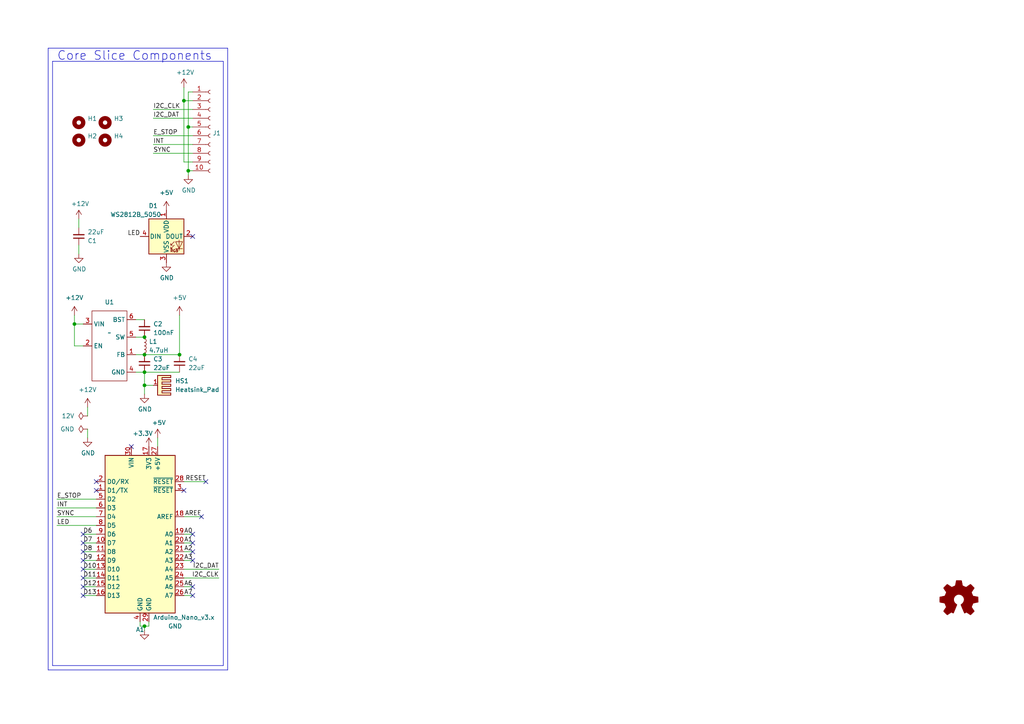
<source format=kicad_sch>
(kicad_sch (version 20250114) (generator "eeschema") (generator_version "9.0")
  (paper "A4")
  (lib_symbols
    (symbol "Connector:Conn_01x10_Female" (pin_names (offset 1.016) (hide yes))
      (property "Reference" "J" (at 0 12.7 0))
      (property "Value" "Conn_01x10_Female" (at 0 -15.24 0))
      (symbol "Conn_01x10_Female_1_1"
        (polyline (pts (xy -1.27 10.16) (xy -0.508 10.16)) (stroke (width 0.1524)))
        (polyline (pts (xy -1.27 7.62) (xy -0.508 7.62)) (stroke (width 0.1524)))
        (polyline (pts (xy -1.27 5.08) (xy -0.508 5.08)) (stroke (width 0.1524)))
        (polyline (pts (xy -1.27 2.54) (xy -0.508 2.54)) (stroke (width 0.1524)))
        (polyline (pts (xy -1.27 0) (xy -0.508 0)) (stroke (width 0.1524)))
        (polyline (pts (xy -1.27 -2.54) (xy -0.508 -2.54)) (stroke (width 0.1524)))
        (polyline (pts (xy -1.27 -5.08) (xy -0.508 -5.08)) (stroke (width 0.1524)))
        (polyline (pts (xy -1.27 -7.62) (xy -0.508 -7.62)) (stroke (width 0.1524)))
        (polyline (pts (xy -1.27 -10.16) (xy -0.508 -10.16)) (stroke (width 0.1524)))
        (polyline (pts (xy -1.27 -12.7) (xy -0.508 -12.7)) (stroke (width 0.1524)))
        (arc (start 0 9.652) (mid -0.5058 10.16) (end 0 10.668) (stroke (width 0.1524)))
        (arc (start 0 7.112) (mid -0.5058 7.62) (end 0 8.128) (stroke (width 0.1524)))
        (arc (start 0 4.572) (mid -0.5058 5.08) (end 0 5.588) (stroke (width 0.1524)))
        (arc (start 0 2.032) (mid -0.5058 2.54) (end 0 3.048) (stroke (width 0.1524)))
        (arc (start 0 -0.508) (mid -0.5058 0) (end 0 0.508) (stroke (width 0.1524)))
        (arc (start 0 -3.048) (mid -0.5058 -2.54) (end 0 -2.032) (stroke (width 0.1524)))
        (arc (start 0 -5.588) (mid -0.5058 -5.08) (end 0 -4.572) (stroke (width 0.1524)))
        (arc (start 0 -8.128) (mid -0.5058 -7.62) (end 0 -7.112) (stroke (width 0.1524)))
        (arc (start 0 -10.668) (mid -0.5058 -10.16) (end 0 -9.652) (stroke (width 0.1524)))
        (arc (start 0 -13.208) (mid -0.5058 -12.7) (end 0 -12.192) (stroke (width 0.1524)))
        (pin passive line (at -5.08 10.16 0) (length 3.81) (name "Pin_1") (number "1"))
        (pin passive line (at -5.08 7.62 0) (length 3.81) (name "Pin_2") (number "2"))
        (pin passive line (at -5.08 5.08 0) (length 3.81) (name "Pin_3") (number "3"))
        (pin passive line (at -5.08 2.54 0) (length 3.81) (name "Pin_4") (number "4"))
        (pin passive line (at -5.08 0 0) (length 3.81) (name "Pin_5") (number "5"))
        (pin passive line (at -5.08 -2.54 0) (length 3.81) (name "Pin_6") (number "6"))
        (pin passive line (at -5.08 -5.08 0) (length 3.81) (name "Pin_7") (number "7"))
        (pin passive line (at -5.08 -7.62 0) (length 3.81) (name "Pin_8") (number "8"))
        (pin passive line (at -5.08 -10.16 0) (length 3.81) (name "Pin_9") (number "9"))
        (pin passive line (at -5.08 -12.7 0) (length 3.81) (name "Pin_10") (number "10"))
      )
    )
    (symbol "Device:C_Small" (pin_numbers (hide yes)) (pin_names (offset 0.254) (hide yes))
      (property "Reference" "C" (at 0.254 1.778 0))
      (property "Value" "C_Small" (at 0.254 -2.032 0))
      (symbol "C_Small_0_1"
        (polyline (pts (xy -1.524 0.508) (xy 1.524 0.508)) (stroke (width 0.3048)))
        (polyline (pts (xy -1.524 -0.508) (xy 1.524 -0.508)) (stroke (width 0.3302)))
      )
      (symbol "C_Small_1_1"
        (pin passive line (at 0 2.54 270) (length 2.032) (name "~") (number "1"))
        (pin passive line (at 0 -2.54 90) (length 2.032) (name "~") (number "2"))
      )
    )
    (symbol "Device:L_Small" (pin_numbers (hide yes)) (pin_names (offset 0.254) (hide yes))
      (property "Reference" "L" (at 0.762 1.016 0))
      (property "Value" "L_Small" (at 0.762 -1.016 0))
      (symbol "L_Small_0_1"
        (arc (start 0 2.032) (mid 0.5058 1.524) (end 0 1.016))
        (arc (start 0 1.016) (mid 0.5058 0.508) (end 0 0))
        (arc (start 0 0) (mid 0.5058 -0.508) (end 0 -1.016))
        (arc (start 0 -1.016) (mid 0.5058 -1.524) (end 0 -2.032))
      )
      (symbol "L_Small_1_1"
        (pin passive line (at 0 2.54 270) (length 0.508) (name "~") (number "1"))
        (pin passive line (at 0 -2.54 90) (length 0.508) (name "~") (number "2"))
      )
    )
    (symbol "Graphic:Logo_Open_Hardware_Small" (in_bom no) (on_board no)
      (symbol "Logo_Open_Hardware_Small_0_1"
        (polyline (pts (xy 3.3528 -4.3434) (xy 3.302 -4.318) (xy 3.175 -4.2418) (xy 2.9972 -4.1148) (xy 2.7686 -3.9624) (xy 2.54 -3.81) (xy 2.3622 -3.7084) (xy 2.2352 -3.6068) (xy 2.1844 -3.5814) (xy 2.159 -3.6068) (xy 2.0574 -3.6576) (xy 1.905 -3.7338) (xy 1.8034 -3.7846) (xy 1.6764 -3.8354) (xy 1.6002 -3.8354) (xy 1.6002 -3.8354) (xy 1.5494 -3.7338) (xy 1.4732 -3.5306) (xy 1.3462 -3.302) (xy 1.2446 -3.0226) (xy 1.1176 -2.7178) (xy 0.9652 -2.413) (xy 0.8636 -2.1082) (xy 0.7366 -1.8288) (xy 0.6604 -1.6256) (xy 0.6096 -1.4732) (xy 0.5842 -1.397) (xy 0.5842 -1.397) (xy 0.6604 -1.3208) (xy 0.7874 -1.2446) (xy 1.0414 -1.016) (xy 1.2954 -0.6858) (xy 1.4478 -0.3302) (xy 1.524 0.0762) (xy 1.4732 0.4572) (xy 1.3208 0.8128) (xy 1.0668 1.143) (xy 0.762 1.3716) (xy 0.4064 1.524) (xy 0 1.5748) (xy -0.381 1.5494) (xy -0.7366 1.397) (xy -1.0668 1.143) (xy -1.2192 0.9906) (xy -1.397 0.6604) (xy -1.524 0.3048) (xy -1.524 0.2286) (xy -1.4986 -0.1778) (xy -1.397 -0.5334) (xy -1.1938 -0.8636) (xy -0.9144 -1.143) (xy -0.8636 -1.1684) (xy -0.7366 -1.27) (xy -0.635 -1.3462) (xy -0.5842 -1.397) (xy -1.0668 -2.5908) (xy -1.143 -2.794) (xy -1.2954 -3.1242) (xy -1.397 -3.4036) (xy -1.4986 -3.6322) (xy -1.5748 -3.7846) (xy -1.6002 -3.8354) (xy -1.6002 -3.8354) (xy -1.651 -3.8354) (xy -1.7272 -3.81) (xy -1.905 -3.7338) (xy -2.0066 -3.683) (xy -2.1336 -3.6068) (xy -2.2098 -3.5814) (xy -2.2606 -3.6068) (xy -2.3622 -3.683) (xy -2.54 -3.81) (xy -2.7686 -3.9624) (xy -2.9718 -4.0894) (xy -3.1496 -4.2164) (xy -3.302 -4.318) (xy -3.3528 -4.3434) (xy -3.3782 -4.3434) (xy -3.429 -4.318) (xy -3.5306 -4.2164) (xy -3.7084 -4.064) (xy -3.937 -3.8354) (xy -3.9624 -3.81) (xy -4.1656 -3.6068) (xy -4.318 -3.4544) (xy -4.4196 -3.3274) (xy -4.445 -3.2766) (xy -4.445 -3.2766) (xy -4.4196 -3.2258) (xy -4.318 -3.0734) (xy -4.2164 -2.8956) (xy -4.064 -2.667) (xy -3.6576 -2.0828) (xy -3.8862 -1.5494) (xy -3.937 -1.3716) (xy -4.0386 -1.1684) (xy -4.0894 -1.0414) (xy -4.1148 -0.9652) (xy -4.191 -0.9398) (xy -4.318 -0.9144) (xy -4.5466 -0.8636) (xy -4.8006 -0.8128) (xy -5.0546 -0.7874) (xy -5.2578 -0.7366) (xy -5.4356 -0.7112) (xy -5.5118 -0.6858) (xy -5.5118 -0.6858) (xy -5.5372 -0.635) (xy -5.5372 -0.5588) (xy -5.5372 -0.4318) (xy -5.5626 -0.2286) (xy -5.5626 0.0762) (xy -5.5626 0.127) (xy -5.5372 0.4064) (xy -5.5372 0.635) (xy -5.5372 0.762) (xy -5.5372 0.8382) (xy -5.5372 0.8382) (xy -5.461 0.8382) (xy -5.3086 0.889) (xy -5.08 0.9144) (xy -4.826 0.9652) (xy -4.8006 0.9906) (xy -4.5466 1.0414) (xy -4.318 1.0668) (xy -4.1656 1.1176) (xy -4.0894 1.143) (xy -4.0894 1.143) (xy -4.0386 1.2446) (xy -3.9624 1.4224) (xy -3.8608 1.6256) (xy -3.7846 1.8288) (xy -3.7084 2.0066) (xy -3.6576 2.159) (xy -3.6322 2.2098) (xy -3.6322 2.2098) (xy -3.683 2.286) (xy -3.7592 2.413) (xy -3.8862 2.5908) (xy -4.064 2.8194) (xy -4.064 2.8448) (xy -4.2164 3.0734) (xy -4.3434 3.2512) (xy -4.4196 3.3782) (xy -4.445 3.4544) (xy -4.445 3.4544) (xy -4.3942 3.5052) (xy -4.2926 3.6322) (xy -4.1148 3.81) (xy -3.937 4.0132) (xy -3.8608 4.064) (xy -3.6576 4.2926) (xy -3.5052 4.4196) (xy -3.4036 4.4958) (xy -3.3528 4.5212) (xy -3.3528 4.5212) (xy -3.302 4.4704) (xy -3.1496 4.3688) (xy -2.9718 4.2418) (xy -2.7432 4.0894) (xy -2.7178 4.0894) (xy -2.4892 3.937) (xy -2.3114 3.81) (xy -2.1844 3.7084) (xy -2.1336 3.683) (xy -2.1082 3.683) (xy -2.032 3.7084) (xy -1.8542 3.7592) (xy -1.6764 3.8354) (xy -1.4732 3.937) (xy -1.27 4.0132) (xy -1.143 4.064) (xy -1.0668 4.1148) (xy -1.0668 4.1148) (xy -1.0414 4.191) (xy -1.016 4.3434) (xy -0.9652 4.572) (xy -0.9144 4.8514) (xy -0.889 4.9022) (xy -0.8382 5.1562) (xy -0.8128 5.3848) (xy -0.7874 5.5372) (xy -0.762 5.588) (xy -0.7112 5.6134) (xy -0.5842 5.6134) (xy -0.4064 5.6134) (xy -0.1524 5.6134) (xy 0.0762 5.6134) (xy 0.3302 5.6134) (xy 0.5334 5.6134) (xy 0.6858 5.588) (xy 0.7366 5.588) (xy 0.7366 5.588) (xy 0.762 5.5118) (xy 0.8128 5.334) (xy 0.8382 5.1054) (xy 0.9144 4.826) (xy 0.9144 4.7752) (xy 0.9652 4.5212) (xy 1.016 4.2926) (xy 1.0414 4.1402) (xy 1.0668 4.0894) (xy 1.0668 4.0894) (xy 1.1938 4.0386) (xy 1.3716 3.9624) (xy 1.5748 3.8608) (xy 2.0828 3.6576) (xy 2.7178 4.0894) (xy 2.7686 4.1402) (xy 2.9972 4.2926) (xy 3.175 4.4196) (xy 3.302 4.4958) (xy 3.3782 4.5212) (xy 3.3782 4.5212) (xy 3.429 4.4704) (xy 3.556 4.3434) (xy 3.7338 4.191) (xy 3.9116 3.9878) (xy 4.064 3.8354) (xy 4.2418 3.6576) (xy 4.3434 3.556) (xy 4.4196 3.4798) (xy 4.4196 3.429) (xy 4.4196 3.4036) (xy 4.3942 3.3274) (xy 4.2926 3.2004) (xy 4.1656 2.9972) (xy 4.0132 2.794) (xy 3.8862 2.5908) (xy 3.7592 2.3876) (xy 3.6576 2.2352) (xy 3.6322 2.159) (xy 3.6322 2.1336) (xy 3.683 2.0066) (xy 3.7592 1.8288) (xy 3.8608 1.6002) (xy 4.064 1.1176) (xy 4.3942 1.0414) (xy 4.5974 1.016) (xy 4.8768 0.9652) (xy 5.1308 0.9144) (xy 5.5372 0.8382) (xy 5.5626 -0.6604) (xy 5.4864 -0.6858) (xy 5.4356 -0.6858) (xy 5.2832 -0.7366) (xy 5.0546 -0.762) (xy 4.8006 -0.8128) (xy 4.5974 -0.8636) (xy 4.3688 -0.9144) (xy 4.2164 -0.9398) (xy 4.1402 -0.9398) (xy 4.1148 -0.9652) (xy 4.064 -1.0668) (xy 3.9878 -1.2446) (xy 3.9116 -1.4478) (xy 3.81 -1.651) (xy 3.7338 -1.8542) (xy 3.683 -2.0066) (xy 3.6576 -2.0828) (xy 3.683 -2.1336) (xy 3.7846 -2.2606) (xy 3.8862 -2.4638) (xy 4.0386 -2.667) (xy 4.191 -2.8956) (xy 4.318 -3.0734) (xy 4.3942 -3.2004) (xy 4.445 -3.2766) (xy 4.4196 -3.3274) (xy 4.3434 -3.429) (xy 4.1656 -3.5814) (xy 3.937 -3.8354) (xy 3.8862 -3.8608) (xy 3.683 -4.064) (xy 3.5306 -4.2164) (xy 3.4036 -4.318) (xy 3.3528 -4.3434)) (fill (type outline)))
      )
    )
    (symbol "MCU_Module:Arduino_Nano_v3.x"
      (property "Reference" "A" (at -10.16 23.495 0))
      (property "Value" "Arduino_Nano_v3.x" (at 5.08 -24.13 0))
      (symbol "Arduino_Nano_v3.x_0_1"
        (rectangle (start -10.16 22.86) (end 10.16 -22.86) (stroke (width 0.254)) (fill (type background)))
      )
      (symbol "Arduino_Nano_v3.x_1_1"
        (pin bidirectional line (at -12.7 15.24 0) (length 2.54) (name "D0/RX") (number "2"))
        (pin bidirectional line (at -12.7 12.7 0) (length 2.54) (name "D1/TX") (number "1"))
        (pin bidirectional line (at -12.7 10.16 0) (length 2.54) (name "D2") (number "5"))
        (pin bidirectional line (at -12.7 7.62 0) (length 2.54) (name "D3") (number "6"))
        (pin bidirectional line (at -12.7 5.08 0) (length 2.54) (name "D4") (number "7"))
        (pin bidirectional line (at -12.7 2.54 0) (length 2.54) (name "D5") (number "8"))
        (pin bidirectional line (at -12.7 0 0) (length 2.54) (name "D6") (number "9"))
        (pin bidirectional line (at -12.7 -2.54 0) (length 2.54) (name "D7") (number "10"))
        (pin bidirectional line (at -12.7 -5.08 0) (length 2.54) (name "D8") (number "11"))
        (pin bidirectional line (at -12.7 -7.62 0) (length 2.54) (name "D9") (number "12"))
        (pin bidirectional line (at -12.7 -10.16 0) (length 2.54) (name "D10") (number "13"))
        (pin bidirectional line (at -12.7 -12.7 0) (length 2.54) (name "D11") (number "14"))
        (pin bidirectional line (at -12.7 -15.24 0) (length 2.54) (name "D12") (number "15"))
        (pin bidirectional line (at -12.7 -17.78 0) (length 2.54) (name "D13") (number "16"))
        (pin power_in line (at -2.54 25.4 270) (length 2.54) (name "VIN") (number "30"))
        (pin power_in line (at 0 -25.4 90) (length 2.54) (name "GND") (number "4"))
        (pin power_out line (at 2.54 25.4 270) (length 2.54) (name "3V3") (number "17"))
        (pin power_in line (at 2.54 -25.4 90) (length 2.54) (name "GND") (number "29"))
        (pin power_out line (at 5.08 25.4 270) (length 2.54) (name "+5V") (number "27"))
        (pin input line (at 12.7 15.24 180) (length 2.54) (name "~{RESET}") (number "28"))
        (pin input line (at 12.7 12.7 180) (length 2.54) (name "~{RESET}") (number "3"))
        (pin input line (at 12.7 5.08 180) (length 2.54) (name "AREF") (number "18"))
        (pin bidirectional line (at 12.7 0 180) (length 2.54) (name "A0") (number "19"))
        (pin bidirectional line (at 12.7 -2.54 180) (length 2.54) (name "A1") (number "20"))
        (pin bidirectional line (at 12.7 -5.08 180) (length 2.54) (name "A2") (number "21"))
        (pin bidirectional line (at 12.7 -7.62 180) (length 2.54) (name "A3") (number "22"))
        (pin bidirectional line (at 12.7 -10.16 180) (length 2.54) (name "A4") (number "23"))
        (pin bidirectional line (at 12.7 -12.7 180) (length 2.54) (name "A5") (number "24"))
        (pin bidirectional line (at 12.7 -15.24 180) (length 2.54) (name "A6") (number "25"))
        (pin bidirectional line (at 12.7 -17.78 180) (length 2.54) (name "A7") (number "26"))
      )
    )
    (symbol "Mechanical:Heatsink_Pad" (pin_names (offset 0))
      (property "Reference" "HS" (at 0 5.715 0))
      (property "Value" "Heatsink_Pad" (at 0 3.81 0))
      (symbol "Heatsink_Pad_0_1"
        (polyline (pts (xy -0.3302 0) (xy -0.9652 0) (xy -0.9652 2.54) (xy -1.6002 2.54) (xy -1.6002 0) (xy -2.2352 0) (xy -2.2352 2.54) (xy -2.8702 2.54) (xy -2.8702 -1.27) (xy -0.9652 -1.27)) (stroke (width 0.254)) (fill (type background)))
        (polyline (pts (xy -0.3302 0) (xy -0.3302 2.54) (xy 0.3048 2.54) (xy 0.3048 0) (xy 0.9398 0) (xy 0.9398 2.54) (xy 1.5748 2.54) (xy 1.5748 0) (xy 2.2098 0) (xy 2.2098 2.54) (xy 2.8448 2.54) (xy 2.8448 -1.27) (xy -0.9652 -1.27)) (stroke (width 0.254)) (fill (type background)))
      )
      (symbol "Heatsink_Pad_1_1"
        (pin passive line (at 0 -2.54 90) (length 1.27) (name "~") (number "1"))
      )
    )
    (symbol "Mechanical:MountingHole" (pin_names (offset 1.016))
      (property "Reference" "H" (at 0 5.08 0))
      (property "Value" "MountingHole" (at 0 3.175 0))
      (symbol "MountingHole_0_1"
        (circle (center 0 0) (radius 1.27) (stroke (width 1.27)))
      )
    )
    (symbol "SparkFun-DiscreteSemi:AP63205"
      (property "Reference" "U" (at 0 7.62 0))
      (symbol "AP63205_0_1"
        (rectangle (start -5.08 6.35) (end 5.08 -13.97))
      )
      (symbol "AP63205_1_1"
        (pin input line (at -7.62 2.54 0) (length 2.54) (name "VIN") (number "3"))
        (pin input line (at -7.62 -3.81 0) (length 2.54) (name "EN") (number "2"))
        (pin input line (at 7.62 3.81 180) (length 2.54) (name "BST") (number "6"))
        (pin input line (at 7.62 -1.27 180) (length 2.54) (name "SW") (number "5"))
        (pin input line (at 7.62 -6.35 180) (length 2.54) (name "FB") (number "1"))
        (pin input line (at 7.62 -11.43 180) (length 2.54) (name "GND") (number "4"))
      )
    )
    (symbol "SparkFun-LED:WS2812B_5050" (pin_names (offset 0.254))
      (property "Reference" "D" (at 5.08 5.715 0))
      (property "Value" "WS2812B_5050" (at 1.27 -5.715 0))
      (symbol "WS2812B_5050_0_0"
        (text "RGB" (at 2.286 -4.191 0) (effects (font (size 0.762 0.762))))
      )
      (symbol "WS2812B_5050_0_1"
        (polyline (pts (xy 1.27 -2.54) (xy 1.778 -2.54)))
        (polyline (pts (xy 1.27 -3.556) (xy 1.778 -3.556)))
        (polyline (pts (xy 2.286 -1.524) (xy 1.27 -2.54) (xy 1.27 -2.032)))
        (polyline (pts (xy 2.286 -2.54) (xy 1.27 -3.556) (xy 1.27 -3.048)))
        (polyline (pts (xy 3.683 -1.016) (xy 3.683 -3.556) (xy 3.683 -4.064)))
        (polyline (pts (xy 4.699 -1.524) (xy 2.667 -1.524) (xy 3.683 -3.556) (xy 4.699 -1.524)))
        (polyline (pts (xy 4.699 -3.556) (xy 2.667 -3.556)))
        (rectangle (start 5.08 5.08) (end -5.08 -5.08) (stroke (width 0.254)) (fill (type background)))
      )
      (symbol "WS2812B_5050_1_1"
        (pin input line (at -7.62 0 0) (length 2.54) (name "DIN") (number "4"))
        (pin power_in line (at 0 7.62 270) (length 2.54) (name "VDD") (number "1"))
        (pin power_in line (at 0 -7.62 90) (length 2.54) (name "VSS") (number "3"))
        (pin output line (at 7.62 0 180) (length 2.54) (name "DOUT") (number "2"))
      )
    )
    (symbol "power:+12V" (power) (pin_names (offset 0))
      (property "Value" "+12V" (at 0 3.556 0))
      (symbol "+12V_0_1"
        (polyline (pts (xy -0.762 1.27) (xy 0 2.54)))
        (polyline (pts (xy 0 2.54) (xy 0.762 1.27)))
        (polyline (pts (xy 0 0) (xy 0 2.54)))
      )
      (symbol "+12V_1_1"
        (pin power_in line (at 0 0 90) (length 0) (hide yes) (name "+12V") (number "1"))
      )
    )
    (symbol "power:+3.3V" (power) (pin_numbers (hide yes)) (pin_names (offset 0) (hide yes))
      (property "Value" "+3.3V" (at 0 3.556 0))
      (symbol "+3.3V_0_1"
        (polyline (pts (xy -0.762 1.27) (xy 0 2.54)))
        (polyline (pts (xy 0 2.54) (xy 0.762 1.27)))
        (polyline (pts (xy 0 0) (xy 0 2.54)))
      )
      (symbol "+3.3V_1_1"
        (pin power_in line (at 0 0 90) (length 0) (name "~") (number "1"))
      )
    )
    (symbol "power:+5V" (power) (pin_names (offset 0))
      (property "Value" "+5V" (at 0 3.556 0))
      (symbol "+5V_0_1"
        (polyline (pts (xy -0.762 1.27) (xy 0 2.54)))
        (polyline (pts (xy 0 2.54) (xy 0.762 1.27)))
        (polyline (pts (xy 0 0) (xy 0 2.54)))
      )
      (symbol "+5V_1_1"
        (pin power_in line (at 0 0 90) (length 0) (hide yes) (name "+5V") (number "1"))
      )
    )
    (symbol "power:GND" (power) (pin_names (offset 0))
      (property "Value" "GND" (at 0 -3.81 0))
      (symbol "GND_0_1"
        (polyline (pts (xy 0 0) (xy 0 -1.27) (xy 1.27 -1.27) (xy 0 -2.54) (xy -1.27 -1.27) (xy 0 -1.27)))
      )
      (symbol "GND_1_1"
        (pin power_in line (at 0 0 270) (length 0) (hide yes) (name "GND") (number "1"))
      )
    )
    (symbol "power:PWR_FLAG" (power) (pin_numbers (hide yes)) (pin_names (offset 0) (hide yes))
      (property "Value" "PWR_FLAG" (at 0 3.81 0))
      (symbol "PWR_FLAG_0_0"
        (pin power_out line (at 0 0 90) (length 0) (name "~") (number "1"))
      )
      (symbol "PWR_FLAG_0_1"
        (polyline (pts (xy 0 0) (xy 0 1.27) (xy -1.016 1.905) (xy 0 2.54) (xy 1.016 1.905) (xy 0 1.27)))
      )
    )
  )
  (text "Core Slice Components" (at 16.51 17.78 0) (effects (font (size 2.54 2.54)) (justify left bottom)))
  (junction (at 54.61 49.53))
  (junction (at 41.91 107.95))
  (junction (at 41.91 111.76))
  (junction (at 41.91 102.87))
  (junction (at 53.34 29.21))
  (junction (at 41.91 181.61))
  (junction (at 54.61 36.83))
  (junction (at 52.07 102.87))
  (junction (at 41.91 97.79))
  (junction (at 21.59 93.98))
  (no_connect (at 58.42 149.86))
  (no_connect (at 24.13 162.56))
  (no_connect (at 24.13 157.48))
  (no_connect (at 55.88 157.48))
  (no_connect (at 55.88 170.18))
  (no_connect (at 27.94 142.24))
  (no_connect (at 24.13 167.64))
  (no_connect (at 24.13 154.94))
  (no_connect (at 27.94 139.7))
  (no_connect (at 55.88 160.02))
  (no_connect (at 59.69 139.7))
  (no_connect (at 38.1 129.54))
  (no_connect (at 55.88 172.72))
  (no_connect (at 24.13 170.18))
  (no_connect (at 55.88 162.56))
  (no_connect (at 53.34 142.24))
  (no_connect (at 24.13 165.1))
  (no_connect (at 55.88 68.58))
  (no_connect (at 55.88 154.94))
  (no_connect (at 24.13 172.72))
  (no_connect (at 24.13 160.02))
  (polyline (pts (xy 66.04 194.31) (xy 66.04 13.97)))
  (wire (pts (xy 43.18 181.61) (xy 43.18 180.34)))
  (polyline (pts (xy 66.04 13.97) (xy 13.97 13.97)))
  (wire (pts (xy 22.86 71.12) (xy 22.86 73.66)))
  (wire (pts (xy 41.91 181.61) (xy 43.18 181.61)))
  (wire (pts (xy 21.59 100.33) (xy 21.59 93.98)))
  (wire (pts (xy 44.45 41.91) (xy 55.88 41.91)))
  (wire (pts (xy 53.34 162.56) (xy 55.88 162.56)))
  (wire (pts (xy 44.45 31.75) (xy 55.88 31.75)))
  (polyline (pts (xy 13.97 13.97) (xy 13.97 194.31)))
  (wire (pts (xy 53.34 29.21) (xy 55.88 29.21)))
  (wire (pts (xy 53.34 170.18) (xy 55.88 170.18)))
  (wire (pts (xy 59.69 139.7) (xy 53.34 139.7)))
  (wire (pts (xy 39.37 92.71) (xy 41.91 92.71)))
  (wire (pts (xy 24.13 162.56) (xy 27.94 162.56)))
  (polyline (pts (xy 13.97 194.31) (xy 66.04 194.31)))
  (wire (pts (xy 53.34 25.4) (xy 53.34 29.21)))
  (wire (pts (xy 44.45 34.29) (xy 55.88 34.29)))
  (wire (pts (xy 54.61 49.53) (xy 54.61 36.83)))
  (wire (pts (xy 55.88 39.37) (xy 44.45 39.37)))
  (polyline (pts (xy 64.77 17.78) (xy 15.24 17.78)))
  (wire (pts (xy 24.13 172.72) (xy 27.94 172.72)))
  (wire (pts (xy 55.88 46.99) (xy 53.34 46.99)))
  (wire (pts (xy 44.45 44.45) (xy 55.88 44.45)))
  (wire (pts (xy 24.13 154.94) (xy 27.94 154.94)))
  (wire (pts (xy 53.34 160.02) (xy 55.88 160.02)))
  (wire (pts (xy 16.51 149.86) (xy 27.94 149.86)))
  (wire (pts (xy 39.37 97.79) (xy 41.91 97.79)))
  (wire (pts (xy 24.13 170.18) (xy 27.94 170.18)))
  (wire (pts (xy 52.07 102.87) (xy 52.07 91.44)))
  (wire (pts (xy 24.13 165.1) (xy 27.94 165.1)))
  (wire (pts (xy 45.72 127) (xy 45.72 129.54)))
  (wire (pts (xy 40.64 180.34) (xy 40.64 181.61)))
  (wire (pts (xy 39.37 107.95) (xy 41.91 107.95)))
  (wire (pts (xy 21.59 100.33) (xy 24.13 100.33)))
  (wire (pts (xy 41.91 107.95) (xy 52.07 107.95)))
  (wire (pts (xy 24.13 160.02) (xy 27.94 160.02)))
  (polyline (pts (xy 64.77 193.04) (xy 64.77 17.78)))
  (wire (pts (xy 25.4 118.11) (xy 25.4 120.65)))
  (wire (pts (xy 54.61 26.67) (xy 55.88 26.67)))
  (wire (pts (xy 22.86 63.5) (xy 22.86 66.04)))
  (wire (pts (xy 44.45 111.76) (xy 41.91 111.76)))
  (polyline (pts (xy 15.24 193.04) (xy 64.77 193.04)))
  (wire (pts (xy 55.88 36.83) (xy 54.61 36.83)))
  (wire (pts (xy 16.51 152.4) (xy 27.94 152.4)))
  (wire (pts (xy 40.64 181.61) (xy 41.91 181.61)))
  (wire (pts (xy 41.91 102.87) (xy 52.07 102.87)))
  (wire (pts (xy 41.91 181.61) (xy 41.91 182.88)))
  (wire (pts (xy 27.94 144.78) (xy 16.51 144.78)))
  (wire (pts (xy 53.34 154.94) (xy 55.88 154.94)))
  (wire (pts (xy 24.13 167.64) (xy 27.94 167.64)))
  (wire (pts (xy 53.34 46.99) (xy 53.34 29.21)))
  (wire (pts (xy 54.61 50.8) (xy 54.61 49.53)))
  (wire (pts (xy 16.51 147.32) (xy 27.94 147.32)))
  (wire (pts (xy 53.34 167.64) (xy 63.5 167.64)))
  (wire (pts (xy 24.13 157.48) (xy 27.94 157.48)))
  (wire (pts (xy 39.37 102.87) (xy 41.91 102.87)))
  (wire (pts (xy 54.61 36.83) (xy 54.61 26.67)))
  (wire (pts (xy 63.5 165.1) (xy 53.34 165.1)))
  (wire (pts (xy 53.34 172.72) (xy 55.88 172.72)))
  (wire (pts (xy 53.34 157.48) (xy 55.88 157.48)))
  (wire (pts (xy 25.4 124.46) (xy 25.4 127)))
  (wire (pts (xy 58.42 149.86) (xy 53.34 149.86)))
  (wire (pts (xy 55.88 49.53) (xy 54.61 49.53)))
  (wire (pts (xy 41.91 111.76) (xy 41.91 107.95)))
  (wire (pts (xy 21.59 93.98) (xy 24.13 93.98)))
  (wire (pts (xy 41.91 114.3) (xy 41.91 111.76)))
  (wire (pts (xy 21.59 91.44) (xy 21.59 93.98)))
  (polyline (pts (xy 15.24 17.78) (xy 15.24 193.04)))
  (label "LED" (at 40.64 68.58 180))
  (label "LED" (at 16.51 152.4 0))
  (label "AREF" (at 58.42 149.86 180))
  (label "A0" (at 55.88 154.94 180))
  (label "D7" (at 24.13 157.48 0))
  (label "I2C_CLK" (at 44.45 31.75 0))
  (label "I2C_DAT" (at 44.45 34.29 0))
  (label "D11" (at 24.13 167.64 0))
  (label "A6" (at 55.88 170.18 180))
  (label "E_STOP" (at 16.51 144.78 0))
  (label "E_STOP" (at 44.45 39.37 0))
  (label "D10" (at 24.13 165.1 0))
  (label "INT" (at 16.51 147.32 0))
  (label "D9" (at 24.13 162.56 0))
  (label "D13" (at 24.13 172.72 0))
  (label "D8" (at 24.13 160.02 0))
  (label "SYNC" (at 16.51 149.86 0))
  (label "A3" (at 55.88 162.56 180))
  (label "RESET" (at 59.69 139.7 180))
  (label "A1" (at 55.88 157.48 180))
  (label "D6" (at 24.13 154.94 0))
  (label "SYNC" (at 44.45 44.45 0))
  (label "I2C_DAT" (at 63.5 165.1 180))
  (label "D12" (at 24.13 170.18 0))
  (label "INT" (at 44.45 41.91 0))
  (label "A7" (at 55.88 172.72 180))
  (label "I2C_CLK" (at 63.5 167.64 180))
  (label "A2" (at 55.88 160.02 180))
  (symbol (lib_id "power:GND") (at 41.91 182.88 0) (unit 1)
    (property "Reference" "#PWR07" (effects (hide yes)))
    (property "Value" "GND" (at 50.8 181.61 0))
  )
  (symbol (lib_id "power:+5V") (at 45.72 127 0) (unit 1)
    (property "Reference" "#PWR08" (effects (hide yes)))
    (property "Value" "+5V" (at 46.101 122.6058 0))
  )
  (symbol (lib_id "power:GND") (at 22.86 73.66 0) (unit 1)
    (property "Reference" "#PWR03" (effects (hide yes)))
    (property "Value" "GND" (at 22.987 78.0542 0))
  )
  (symbol (lib_id "Mechanical:MountingHole") (at 22.86 35.56 0) (unit 1)
    (property "Reference" "H1" (at 25.4 34.3916 0) (effects (justify left)))
    (property "Value" "MountingHole" (effects (hide yes)))
    (property "Footprint" "MountingHole:MountingHole_5mm" (effects (hide yes)))
  )
  (symbol (lib_id "Mechanical:MountingHole") (at 22.86 40.64 0) (unit 1)
    (property "Reference" "H2" (at 25.4 39.4716 0) (effects (justify left)))
    (property "Value" "MountingHole" (effects (hide yes)))
    (property "Footprint" "MountingHole:MountingHole_5mm" (effects (hide yes)))
  )
  (symbol (lib_id "Mechanical:MountingHole") (at 30.48 35.56 0) (unit 1)
    (property "Reference" "H3" (at 33.02 34.3916 0) (effects (justify left)))
    (property "Value" "MountingHole" (effects (hide yes)))
    (property "Footprint" "MountingHole:MountingHole_5mm" (effects (hide yes)))
  )
  (symbol (lib_id "Mechanical:MountingHole") (at 30.48 40.64 0) (unit 1)
    (property "Reference" "H4" (at 33.02 39.4716 0) (effects (justify left)))
    (property "Value" "MountingHole" (effects (hide yes)))
    (property "Footprint" "MountingHole:MountingHole_5mm" (effects (hide yes)))
  )
  (symbol (lib_id "MCU_Module:Arduino_Nano_v3.x") (at 40.64 154.94 0) (unit 1)
    (property "Reference" "A1" (at 40.64 182.6006 0))
    (property "Value" "Arduino_Nano_v3.x" (at 53.34 179.07 0))
    (property "Footprint" "Module:Arduino_Nano" (effects (hide yes)))
    (property "Datasheet" "http://www.mouser.com/pdfdocs/Gravitech_Arduino_Nano3_0.pdf" (effects (hide yes)))
  )
  (symbol (lib_id "Graphic:Logo_Open_Hardware_Small") (at 278.13 173.99 0) (unit 1) (exclude_from_sim yes)
    (property "Reference" "#SYM1" (effects (hide yes)))
    (property "Value" "Logo_Open_Hardware_Small" (effects (hide yes)))
    (property "Footprint" "Symbol:OSHW-Symbol_6.7x6mm_SilkScreen" (effects (hide yes)))
  )
  (symbol (lib_id "Connector:Conn_01x10_Female") (at 60.96 36.83 0) (unit 1)
    (property "Reference" "J1" (at 61.6712 38.608 0) (effects (justify left)))
    (property "Value" "Conn_01x10_Female" (effects (hide yes)))
    (property "Footprint" "Connector_PinSocket_2.54mm:PinSocket_1x10_P2.54mm_Horizontal" (effects (hide yes)))
  )
  (symbol (lib_id "power:+12V") (at 53.34 25.4 0) (unit 1)
    (property "Reference" "#PWR012" (effects (hide yes)))
    (property "Value" "+12V" (at 53.721 21.0058 0))
  )
  (symbol (lib_id "power:GND") (at 54.61 50.8 0) (unit 1)
    (property "Reference" "#PWR013" (effects (hide yes)))
    (property "Value" "GND" (at 54.737 55.1942 0))
  )
  (symbol (lib_id "power:+12V") (at 22.86 63.5 0) (unit 1)
    (property "Reference" "#PWR02" (effects (hide yes)))
    (property "Value" "+12V" (at 23.241 59.1058 0))
  )
  (symbol (lib_id "power:GND") (at 25.4 127 0) (unit 1)
    (property "Reference" "#PWR05" (effects (hide yes)))
    (property "Value" "GND" (at 25.527 131.3942 0))
  )
  (symbol (lib_id "power:+3.3V") (at 43.18 129.54 0) (unit 1)
    (property "Reference" "#PWR014" (effects (hide yes)))
    (property "Value" "+3.3V" (at 41.402 125.73 0))
    (property "Description" "Power symbol creates a global label with name \"+3.3V\"" (effects (hide yes)))
  )
  (symbol (lib_id "power:PWR_FLAG") (at 25.4 124.46 90) (unit 1)
    (property "Reference" "#FLG02" (effects (hide yes)))
    (property "Value" "GND" (at 21.59 124.4599 90) (effects (justify left)))
    (property "Description" "Special symbol for telling ERC where power comes from" (effects (hide yes)))
  )
  (symbol (lib_id "Device:C_Small") (at 41.91 95.25 180) (unit 1)
    (property "Reference" "C2" (at 44.45 93.9736 0) (effects (justify right)))
    (property "Value" "100nF" (at 44.45 96.5136 0) (effects (justify right)))
    (property "Footprint" "Capacitor_SMD:C_1206_3216Metric" (effects (hide yes)))
  )
  (symbol (lib_id "power:+12V") (at 21.59 91.44 0) (unit 1)
    (property "Reference" "#PWR01" (effects (hide yes)))
    (property "Value" "+12V" (at 21.59 86.36 0))
  )
  (symbol (lib_id "power:PWR_FLAG") (at 25.4 120.65 90) (unit 1)
    (property "Reference" "#FLG01" (effects (hide yes)))
    (property "Value" "12V" (at 21.59 120.6499 90) (effects (justify left)))
    (property "Description" "Special symbol for telling ERC where power comes from" (effects (hide yes)))
  )
  (symbol (lib_id "Device:C_Small") (at 41.91 105.41 180) (unit 1)
    (property "Reference" "C3" (at 44.45 104.1336 0) (effects (justify right)))
    (property "Value" "22uF" (at 44.45 106.6736 0) (effects (justify right)))
    (property "Footprint" "Capacitor_SMD:C_1206_3216Metric" (effects (hide yes)))
  )
  (symbol (lib_id "SparkFun-DiscreteSemi:AP63205") (at 31.75 96.52 0) (unit 1)
    (property "Reference" "U1" (at 31.75 87.63 0))
    (property "Value" "~" (at 31.75 96.52 0))
    (property "Footprint" "Package_TO_SOT_SMD:TSOT-23-6" (effects (hide yes)))
  )
  (symbol (lib_id "power:+12V") (at 25.4 118.11 0) (unit 1)
    (property "Reference" "#PWR04" (effects (hide yes)))
    (property "Value" "+12V" (at 25.4 113.03 0))
  )
  (symbol (lib_id "power:GND") (at 41.91 114.3 0) (unit 1)
    (property "Reference" "#PWR06" (effects (hide yes)))
    (property "Value" "GND" (at 42.037 118.6942 0))
  )
  (symbol (lib_id "Mechanical:Heatsink_Pad") (at 46.99 111.76 270) (unit 1)
    (property "Reference" "HS1" (at 50.8 110.4773 90) (effects (justify left)))
    (property "Value" "Heatsink_Pad" (at 50.8 113.0173 90) (effects (justify left)))
    (property "Footprint" "KML-Custom:Thermal Pad" (effects (hide yes)))
  )
  (symbol (lib_id "Device:L_Small") (at 41.91 100.33 0) (unit 1)
    (property "Reference" "L1" (at 43.18 99.06 0) (effects (justify left)))
    (property "Value" "4.7uH" (at 43.18 101.6 0) (effects (justify left)))
    (property "Footprint" "Inductor_SMD:L_1210_3225Metric" (effects (hide yes)))
  )
  (symbol (lib_id "power:GND") (at 48.26 76.2 0) (unit 1)
    (property "Reference" "#PWR010" (effects (hide yes)))
    (property "Value" "GND" (at 48.387 80.5942 0))
  )
  (symbol (lib_id "power:+5V") (at 52.07 91.44 0) (unit 1)
    (property "Reference" "#PWR011" (effects (hide yes)))
    (property "Value" "+5V" (at 52.07 86.36 0))
  )
  (symbol (lib_id "Device:C_Small") (at 52.07 105.41 180) (unit 1)
    (property "Reference" "C4" (at 54.61 104.1336 0) (effects (justify right)))
    (property "Value" "22uF" (at 54.61 106.6736 0) (effects (justify right)))
    (property "Footprint" "Capacitor_SMD:C_1206_3216Metric" (effects (hide yes)))
  )
  (symbol (lib_id "power:+5V") (at 48.26 60.96 0) (unit 1)
    (property "Reference" "#PWR09" (effects (hide yes)))
    (property "Value" "+5V" (at 48.26 55.88 0))
  )
  (symbol (lib_id "SparkFun-LED:WS2812B_5050") (at 48.26 68.58 0) (unit 1)
    (property "Reference" "D1" (at 44.45 59.69 0))
    (property "Value" "WS2812B_5050" (at 39.37 62.23 0))
    (property "Footprint" "SparkFun-LED:WS2812-5050-4PIN" (effects (hide yes)))
    (property "Datasheet" "https://cdn.sparkfun.com/datasheets/BreakoutBoards/WS2812B.pdf" (effects (hide yes)))
  )
  (symbol (lib_id "Device:C_Small") (at 22.86 68.58 0) (mirror x) (unit 1)
    (property "Reference" "C1" (at 25.4 69.8437 0) (effects (justify left)))
    (property "Value" "22uF" (at 25.4 67.3037 0) (effects (justify left)))
    (property "Footprint" "Capacitor_SMD:C_1206_3216Metric" (effects (hide yes)))
  )
)
</source>
